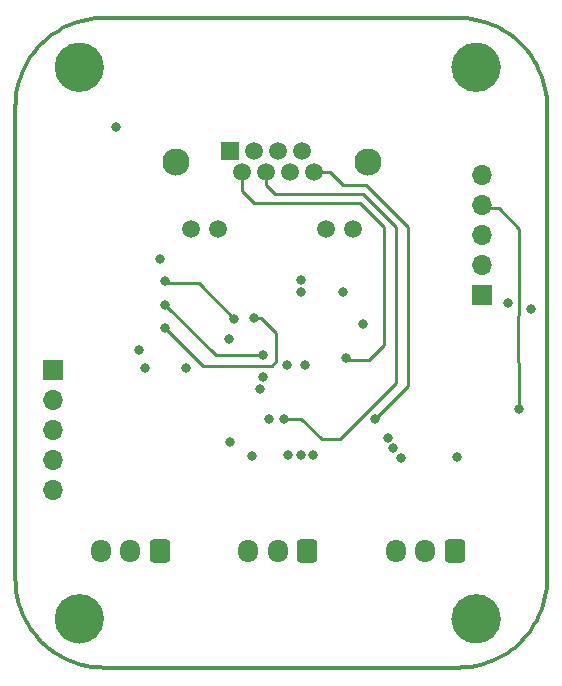
<source format=gbr>
%TF.GenerationSoftware,KiCad,Pcbnew,6.0.10+dfsg-1~bpo11+1*%
%TF.CreationDate,2023-01-30T12:17:40-06:00*%
%TF.ProjectId,Pedals,50656461-6c73-42e6-9b69-6361645f7063,rev?*%
%TF.SameCoordinates,Original*%
%TF.FileFunction,Copper,L3,Inr*%
%TF.FilePolarity,Positive*%
%FSLAX46Y46*%
G04 Gerber Fmt 4.6, Leading zero omitted, Abs format (unit mm)*
G04 Created by KiCad (PCBNEW 6.0.10+dfsg-1~bpo11+1) date 2023-01-30 12:17:40*
%MOMM*%
%LPD*%
G01*
G04 APERTURE LIST*
G04 Aperture macros list*
%AMRoundRect*
0 Rectangle with rounded corners*
0 $1 Rounding radius*
0 $2 $3 $4 $5 $6 $7 $8 $9 X,Y pos of 4 corners*
0 Add a 4 corners polygon primitive as box body*
4,1,4,$2,$3,$4,$5,$6,$7,$8,$9,$2,$3,0*
0 Add four circle primitives for the rounded corners*
1,1,$1+$1,$2,$3*
1,1,$1+$1,$4,$5*
1,1,$1+$1,$6,$7*
1,1,$1+$1,$8,$9*
0 Add four rect primitives between the rounded corners*
20,1,$1+$1,$2,$3,$4,$5,0*
20,1,$1+$1,$4,$5,$6,$7,0*
20,1,$1+$1,$6,$7,$8,$9,0*
20,1,$1+$1,$8,$9,$2,$3,0*%
G04 Aperture macros list end*
%TA.AperFunction,Profile*%
%ADD10C,0.349999*%
%TD*%
%TA.AperFunction,Profile*%
%ADD11C,2.075000*%
%TD*%
%TA.AperFunction,ComponentPad*%
%ADD12RoundRect,0.250000X0.600000X0.725000X-0.600000X0.725000X-0.600000X-0.725000X0.600000X-0.725000X0*%
%TD*%
%TA.AperFunction,ComponentPad*%
%ADD13O,1.700000X1.950000*%
%TD*%
%TA.AperFunction,ComponentPad*%
%ADD14R,1.500000X1.500000*%
%TD*%
%TA.AperFunction,ComponentPad*%
%ADD15C,1.500000*%
%TD*%
%TA.AperFunction,ComponentPad*%
%ADD16C,2.300000*%
%TD*%
%TA.AperFunction,ComponentPad*%
%ADD17R,1.700000X1.700000*%
%TD*%
%TA.AperFunction,ComponentPad*%
%ADD18O,1.700000X1.700000*%
%TD*%
%TA.AperFunction,ViaPad*%
%ADD19C,0.800000*%
%TD*%
%TA.AperFunction,Conductor*%
%ADD20C,0.250000*%
%TD*%
G04 APERTURE END LIST*
D10*
X125183550Y-75797418D02*
X125363960Y-75478420D01*
X166262042Y-73300778D02*
X166553182Y-73527581D01*
X124624190Y-121510361D02*
X124526193Y-121157226D01*
X124336701Y-78587814D02*
X124382194Y-78221573D01*
X161799997Y-71829097D02*
X162171901Y-71838314D01*
X129971872Y-126602905D02*
X129618736Y-126504908D01*
X131058717Y-71865797D02*
X131428097Y-71838314D01*
X169299997Y-79329097D02*
X169299997Y-119329097D01*
X168416448Y-75797418D02*
X168580885Y-76124473D01*
X126766193Y-124888857D02*
X126496700Y-124632400D01*
X129971872Y-72055289D02*
X130329990Y-71974539D01*
X167359757Y-74295289D02*
X167601514Y-74575913D01*
X163270007Y-71974539D02*
X163628126Y-72055289D01*
X169290780Y-119701000D02*
X169263297Y-120070380D01*
X163981261Y-126504908D02*
X163628126Y-126602905D01*
X124382194Y-78221573D02*
X124445443Y-77859086D01*
X131800000Y-126829097D02*
X131428097Y-126819879D01*
X127337956Y-73300778D02*
X127638996Y-73089185D01*
X131428097Y-126819879D02*
X131058717Y-126792397D01*
X126240242Y-74295289D02*
X126496700Y-74025796D01*
X165650675Y-125765138D02*
X165331676Y-125945548D01*
X169154555Y-120799107D02*
X169073805Y-121157226D01*
X168580885Y-76124473D02*
X168729094Y-76458971D01*
X124870904Y-76458971D02*
X125019113Y-76124473D01*
X166553182Y-73527581D02*
X166833806Y-73769338D01*
X163628126Y-72055289D02*
X163981261Y-72153286D01*
X127949323Y-72893056D02*
X128268322Y-72712646D01*
X168860820Y-121857898D02*
X168729094Y-122199223D01*
X125363960Y-123179774D02*
X125183550Y-122860776D01*
X167601514Y-124082282D02*
X167359757Y-124362906D01*
X129618736Y-126504908D02*
X129271199Y-126389919D01*
X124336701Y-120070380D02*
X124309218Y-119701000D01*
X130692477Y-71911290D02*
X131058717Y-71865797D01*
X161799997Y-126829097D02*
X131800000Y-126829097D01*
X125998484Y-124082282D02*
X125771682Y-123791142D01*
X169073805Y-77500968D02*
X169154555Y-77859086D01*
X163628126Y-126602905D02*
X163270007Y-126683655D01*
X168975808Y-77147833D02*
X169073805Y-77500968D01*
X164328798Y-126389919D02*
X163981261Y-126504908D01*
X127337956Y-125357417D02*
X127046816Y-125130614D01*
X124309218Y-119701000D02*
X124300001Y-119329097D01*
D11*
X130737500Y-76000000D02*
G75*
G03*
X130737500Y-76000000I-1037500J0D01*
G01*
D10*
X161799997Y-71829097D02*
X161799997Y-71829097D01*
X129618736Y-72153286D02*
X129971872Y-72055289D01*
X125771682Y-123791142D02*
X125560089Y-123490101D01*
X124300001Y-79329097D02*
X124309218Y-78957193D01*
X127046816Y-125130614D02*
X126766193Y-124888857D01*
X124739178Y-76800295D02*
X124870904Y-76458971D01*
X126496700Y-124632400D02*
X126240242Y-124362906D01*
X166553182Y-125130614D02*
X166262042Y-125357417D01*
X165650675Y-72893056D02*
X165961002Y-73089185D01*
X169263297Y-120070380D02*
X169217804Y-120436620D01*
X127638996Y-125569009D02*
X127337956Y-125357417D01*
X130329990Y-126683655D02*
X129971872Y-126602905D01*
X124739178Y-121857898D02*
X124624190Y-121510361D01*
X128595377Y-72548209D02*
X128929874Y-72400000D01*
X167103300Y-74025796D02*
X167359757Y-74295289D01*
X162541280Y-71865797D02*
X162907520Y-71911290D01*
X162171901Y-71838314D02*
X162541280Y-71865797D01*
X166833806Y-73769338D02*
X167103300Y-74025796D01*
X162907520Y-71911290D02*
X163270007Y-71974539D01*
X131058717Y-126792397D02*
X130692477Y-126746904D01*
X124382194Y-120436620D02*
X124336701Y-120070380D01*
X168729094Y-122199223D02*
X168580885Y-122533720D01*
X165961002Y-73089185D02*
X166262042Y-73300778D01*
X125560089Y-123490101D02*
X125363960Y-123179774D01*
X165004621Y-72548209D02*
X165331676Y-72712646D01*
X168729094Y-76458971D02*
X168860820Y-76800295D01*
X168416448Y-122860776D02*
X168236038Y-123179774D01*
X164670123Y-72400000D02*
X165004621Y-72548209D01*
X163981261Y-72153286D02*
X164328798Y-72268274D01*
X165331676Y-72712646D02*
X165650675Y-72893056D01*
X126766193Y-73769338D02*
X127046816Y-73527581D01*
X129271199Y-72268274D02*
X129618736Y-72153286D01*
X165331676Y-125945548D02*
X165004621Y-126109985D01*
X169299997Y-119329097D02*
X169290780Y-119701000D01*
X126240242Y-124362906D02*
X125998484Y-124082282D01*
X131800000Y-71829097D02*
X161799997Y-71829097D01*
X126496700Y-74025796D02*
X126766193Y-73769338D01*
X169073805Y-121157226D02*
X168975808Y-121510361D01*
X166262042Y-125357417D02*
X165961002Y-125569009D01*
D11*
X164337500Y-76000000D02*
G75*
G03*
X164337500Y-76000000I-1037500J0D01*
G01*
D10*
X168236038Y-123179774D02*
X168039910Y-123490101D01*
X169154555Y-77859086D02*
X169217804Y-78221573D01*
X169217804Y-120436620D02*
X169154555Y-120799107D01*
X129271199Y-126389919D02*
X128929874Y-126258193D01*
X167828317Y-123791142D02*
X167601514Y-124082282D01*
X124445443Y-77859086D02*
X124526193Y-77500968D01*
X128268322Y-125945548D02*
X127949323Y-125765138D01*
X165004621Y-126109985D02*
X164670123Y-126258193D01*
X168236038Y-75478420D02*
X168416448Y-75797418D01*
X130329990Y-71974539D02*
X130692477Y-71911290D01*
X126496700Y-124632400D02*
X126496700Y-124632400D01*
X124526193Y-77500968D02*
X124624190Y-77147833D01*
X168975808Y-121510361D02*
X168860820Y-121857898D01*
X124526193Y-121157226D02*
X124445443Y-120799107D01*
X169290780Y-78957193D02*
X169299997Y-79329097D01*
X131428097Y-71838314D02*
X131800000Y-71829097D01*
X127046816Y-73527581D02*
X127337956Y-73300778D01*
X131800000Y-71829097D02*
X131800000Y-71829097D01*
X166833806Y-124888857D02*
X166553182Y-125130614D01*
X125183550Y-122860776D02*
X125019113Y-122533720D01*
X162541280Y-126792397D02*
X162171901Y-126819879D01*
X125771682Y-74867052D02*
X125998484Y-74575913D01*
X127638996Y-73089185D02*
X127949323Y-72893056D01*
X128929874Y-126258193D02*
X128595377Y-126109985D01*
X168039910Y-75168093D02*
X168236038Y-75478420D01*
X169299997Y-79329097D02*
X169299997Y-79329097D01*
X130692477Y-126746904D02*
X130329990Y-126683655D01*
X163270007Y-126683655D02*
X162907520Y-126746904D01*
X161799997Y-126829097D02*
X161799997Y-126829097D01*
D11*
X130737500Y-122700000D02*
G75*
G03*
X130737500Y-122700000I-1037500J0D01*
G01*
D10*
X167359757Y-124362906D02*
X167103300Y-124632400D01*
X124624190Y-77147833D02*
X124739178Y-76800295D01*
X125560089Y-75168093D02*
X125771682Y-74867052D01*
X125998484Y-74575913D02*
X126240242Y-74295289D01*
X167828317Y-74867052D02*
X168039910Y-75168093D01*
X165961002Y-125569009D02*
X165650675Y-125765138D01*
X127949323Y-125765138D02*
X127638996Y-125569009D01*
X125363960Y-75478420D02*
X125560089Y-75168093D01*
X128595377Y-126109985D02*
X128268322Y-125945548D01*
X164670123Y-126258193D02*
X164328798Y-126389919D01*
X131800000Y-126829097D02*
X131800000Y-126829097D01*
X168580885Y-122533720D02*
X168416448Y-122860776D01*
X124445443Y-120799107D02*
X124382194Y-120436620D01*
X167103300Y-74025796D02*
X167103300Y-74025796D01*
X128268322Y-72712646D02*
X128595377Y-72548209D01*
D11*
X164337500Y-122700000D02*
G75*
G03*
X164337500Y-122700000I-1037500J0D01*
G01*
D10*
X169263297Y-78587814D02*
X169290780Y-78957193D01*
X169299997Y-119329097D02*
X169299997Y-119329097D01*
X168039910Y-123490101D02*
X167828317Y-123791142D01*
X162907520Y-126746904D02*
X162541280Y-126792397D01*
X124300001Y-79329097D02*
X124300001Y-79329097D01*
X124309218Y-78957193D02*
X124336701Y-78587814D01*
X168860820Y-76800295D02*
X168975808Y-77147833D01*
X125019113Y-122533720D02*
X124870904Y-122199223D01*
X164328798Y-72268274D02*
X164670123Y-72400000D01*
X128929874Y-72400000D02*
X129271199Y-72268274D01*
X126496700Y-74025796D02*
X126496700Y-74025796D01*
X162171901Y-126819879D02*
X161799997Y-126829097D01*
X124870904Y-122199223D02*
X124739178Y-121857898D01*
X124300001Y-119329097D02*
X124300001Y-79329097D01*
X167103300Y-124632400D02*
X166833806Y-124888857D01*
X167601514Y-74575913D02*
X167828317Y-74867052D01*
X167103300Y-124632400D02*
X167103300Y-124632400D01*
X169217804Y-78221573D02*
X169263297Y-78587814D01*
X125019113Y-76124473D02*
X125183550Y-75797418D01*
D12*
%TO.N,+3.3V*%
%TO.C,BRAKE1*%
X149000000Y-116935000D03*
D13*
%TO.N,/BRAKE*%
X146500000Y-116935000D03*
%TO.N,GNDREF*%
X144000000Y-116935000D03*
%TD*%
D12*
%TO.N,+3.3V*%
%TO.C,CLUTCH1*%
X161500000Y-116967500D03*
D13*
%TO.N,/CLUTCH*%
X159000000Y-116967500D03*
%TO.N,GNDREF*%
X156500000Y-116967500D03*
%TD*%
D14*
%TO.N,GNDREF*%
%TO.C,DATA1*%
X142440000Y-83125000D03*
D15*
%TO.N,/MOSI*%
X143456000Y-84905000D03*
%TO.N,/BOOT*%
X144472000Y-83125000D03*
%TO.N,/MISO*%
X145488000Y-84905000D03*
%TO.N,unconnected-(DATA1-Pad5)*%
X146504000Y-83125000D03*
%TO.N,/CS_PDL*%
X147520000Y-84905000D03*
%TO.N,+5V*%
X148536000Y-83125000D03*
%TO.N,/SCKL*%
X149552000Y-84905000D03*
%TO.N,unconnected-(DATA1-Pad9)*%
X139140000Y-89725000D03*
%TO.N,unconnected-(DATA1-Pad10)*%
X141430000Y-89725000D03*
%TO.N,unconnected-(DATA1-Pad11)*%
X150570000Y-89725000D03*
%TO.N,unconnected-(DATA1-Pad12)*%
X152860000Y-89725000D03*
D16*
%TO.N,GNDREF*%
X137870000Y-84015000D03*
X154130000Y-84015000D03*
%TD*%
D17*
%TO.N,GNDREF*%
%TO.C,UART_PGRM1*%
X127500000Y-101600000D03*
D18*
%TO.N,/USART_TX*%
X127500000Y-104140000D03*
%TO.N,/USART_RX*%
X127500000Y-106680000D03*
%TO.N,+3.3V*%
X127500000Y-109220000D03*
%TO.N,unconnected-(UART_PGRM1-Pad5)*%
X127500000Y-111760000D03*
%TD*%
D12*
%TO.N,+3.3V*%
%TO.C,ACCEL1*%
X136500000Y-116967500D03*
D13*
%TO.N,/ACCEL*%
X134000000Y-116967500D03*
%TO.N,GNDREF*%
X131500000Y-116967500D03*
%TD*%
D17*
%TO.N,GNDREF*%
%TO.C,ST-LINK1*%
X163800000Y-95300000D03*
D18*
%TO.N,/SWCLK*%
X163800000Y-92760000D03*
%TO.N,/SWDIO*%
X163800000Y-90220000D03*
%TO.N,/NRST*%
X163800000Y-87680000D03*
%TO.N,+3.3V*%
X163800000Y-85140000D03*
%TD*%
D19*
%TO.N,GNDREF*%
X156950000Y-109050000D03*
X156250000Y-108250000D03*
X155850000Y-107400000D03*
%TO.N,/NRST*%
X161700000Y-109000000D03*
X166900000Y-104900000D03*
X145250000Y-102250000D03*
%TO.N,/USART_TX*%
X142500000Y-107700000D03*
%TO.N,/SWCLK*%
X147250000Y-101250000D03*
X166000000Y-96000000D03*
%TO.N,/SWDIO*%
X148800000Y-101200000D03*
%TO.N,/MODE*%
X136500000Y-92200000D03*
X142400000Y-99000000D03*
%TO.N,+3.3V*%
X135250000Y-101500000D03*
X138750000Y-101500000D03*
X132800000Y-81100000D03*
X167950000Y-96500000D03*
%TO.N,GNDREF*%
X148500000Y-94000000D03*
X134800000Y-99900000D03*
X152000000Y-95000000D03*
X153750000Y-97750000D03*
X148500000Y-95000000D03*
%TO.N,/CLUTCH*%
X149500000Y-108800000D03*
%TO.N,/ACCEL*%
X147400000Y-108800000D03*
%TO.N,/BRAKE*%
X148500000Y-108800000D03*
%TO.N,/MISO*%
X147000000Y-105750000D03*
%TO.N,/MOSI*%
X152300000Y-100600000D03*
%TO.N,/CS_PDL*%
X145750000Y-105750000D03*
%TO.N,/SCKL*%
X145000000Y-103250000D03*
X154750000Y-105750000D03*
%TO.N,/USART_RX*%
X144300000Y-108900000D03*
%TO.N,/IND0*%
X137000000Y-96100000D03*
X145300000Y-100400000D03*
%TO.N,/IND1*%
X137000000Y-98100000D03*
X144500000Y-97200000D03*
%TO.N,/IND2*%
X142800000Y-97300000D03*
X137000000Y-94100000D03*
%TD*%
D20*
%TO.N,/NRST*%
X165205000Y-87955000D02*
X163750000Y-87955000D01*
X166950000Y-89700000D02*
X166950000Y-96950000D01*
X166950000Y-89700000D02*
X165205000Y-87955000D01*
X166950000Y-96950000D02*
X166850000Y-97050000D01*
X166850000Y-97050000D02*
X166900000Y-104900000D01*
%TO.N,/MISO*%
X146250000Y-86750000D02*
X153750000Y-86750000D01*
X150250000Y-107500000D02*
X148500000Y-105750000D01*
X151750000Y-107500000D02*
X150250000Y-107500000D01*
X145488000Y-84905000D02*
X145488000Y-85988000D01*
X156500000Y-102750000D02*
X151750000Y-107500000D01*
X153750000Y-86750000D02*
X156500000Y-89500000D01*
X148500000Y-105750000D02*
X147000000Y-105750000D01*
X145488000Y-85988000D02*
X146250000Y-86750000D01*
X156500000Y-89500000D02*
X156500000Y-102750000D01*
%TO.N,/MOSI*%
X143456000Y-84905000D02*
X143456000Y-86456000D01*
X155500000Y-99500000D02*
X154200000Y-100800000D01*
X155500000Y-89500000D02*
X155500000Y-99500000D01*
X153500000Y-87500000D02*
X155500000Y-89500000D01*
X154200000Y-100800000D02*
X152500000Y-100800000D01*
X152500000Y-100800000D02*
X152300000Y-100600000D01*
X143456000Y-86456000D02*
X144500000Y-87500000D01*
X144500000Y-87500000D02*
X153500000Y-87500000D01*
%TO.N,/SCKL*%
X149552000Y-84905000D02*
X150905000Y-84905000D01*
X157500000Y-89500000D02*
X157500000Y-103000000D01*
X157500000Y-103000000D02*
X154750000Y-105750000D01*
X154000000Y-86000000D02*
X157500000Y-89500000D01*
X152000000Y-86000000D02*
X154000000Y-86000000D01*
X150905000Y-84905000D02*
X152000000Y-86000000D01*
%TO.N,/IND0*%
X141300000Y-100400000D02*
X137000000Y-96100000D01*
X145300000Y-100400000D02*
X141300000Y-100400000D01*
%TO.N,/IND1*%
X145100000Y-97200000D02*
X146400000Y-98500000D01*
X146400000Y-98500000D02*
X146400000Y-100900000D01*
X146000000Y-101300000D02*
X140200000Y-101300000D01*
X140200000Y-101300000D02*
X137000000Y-98100000D01*
X144500000Y-97200000D02*
X145100000Y-97200000D01*
X146400000Y-100900000D02*
X146000000Y-101300000D01*
%TO.N,/IND2*%
X139800000Y-94300000D02*
X137200000Y-94300000D01*
X142800000Y-97300000D02*
X139800000Y-94300000D01*
X137200000Y-94300000D02*
X137000000Y-94100000D01*
%TD*%
M02*

</source>
